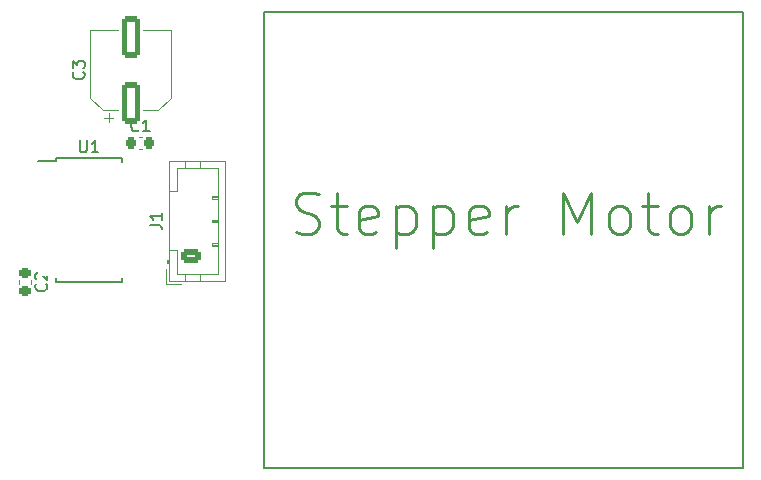
<source format=gbr>
%TF.GenerationSoftware,KiCad,Pcbnew,8.0.3*%
%TF.CreationDate,2025-07-14T16:29:20+02:00*%
%TF.ProjectId,ScxhrittmotorBoard,53637868-7269-4747-946d-6f746f72426f,rev?*%
%TF.SameCoordinates,Original*%
%TF.FileFunction,Legend,Top*%
%TF.FilePolarity,Positive*%
%FSLAX46Y46*%
G04 Gerber Fmt 4.6, Leading zero omitted, Abs format (unit mm)*
G04 Created by KiCad (PCBNEW 8.0.3) date 2025-07-14 16:29:20*
%MOMM*%
%LPD*%
G01*
G04 APERTURE LIST*
G04 Aperture macros list*
%AMRoundRect*
0 Rectangle with rounded corners*
0 $1 Rounding radius*
0 $2 $3 $4 $5 $6 $7 $8 $9 X,Y pos of 4 corners*
0 Add a 4 corners polygon primitive as box body*
4,1,4,$2,$3,$4,$5,$6,$7,$8,$9,$2,$3,0*
0 Add four circle primitives for the rounded corners*
1,1,$1+$1,$2,$3*
1,1,$1+$1,$4,$5*
1,1,$1+$1,$6,$7*
1,1,$1+$1,$8,$9*
0 Add four rect primitives between the rounded corners*
20,1,$1+$1,$2,$3,$4,$5,0*
20,1,$1+$1,$4,$5,$6,$7,0*
20,1,$1+$1,$6,$7,$8,$9,0*
20,1,$1+$1,$8,$9,$2,$3,0*%
G04 Aperture macros list end*
%ADD10C,0.150000*%
%ADD11C,0.250000*%
%ADD12C,0.120000*%
%ADD13R,1.500000X0.600000*%
%ADD14RoundRect,0.225000X-0.225000X-0.250000X0.225000X-0.250000X0.225000X0.250000X-0.225000X0.250000X0*%
%ADD15RoundRect,0.250000X0.625000X-0.350000X0.625000X0.350000X-0.625000X0.350000X-0.625000X-0.350000X0*%
%ADD16O,1.750000X1.200000*%
%ADD17RoundRect,0.225000X-0.250000X0.225000X-0.250000X-0.225000X0.250000X-0.225000X0.250000X0.225000X0*%
%ADD18RoundRect,0.250000X0.550000X-1.500000X0.550000X1.500000X-0.550000X1.500000X-0.550000X-1.500000X0*%
%ADD19R,1.700000X1.700000*%
%ADD20O,1.700000X1.700000*%
G04 APERTURE END LIST*
D10*
X140068300Y-78994000D02*
X180632100Y-78994000D01*
X180632100Y-117602000D01*
X140068300Y-117602000D01*
X140068300Y-78994000D01*
D11*
X142791739Y-97639201D02*
X143291739Y-97805867D01*
X143291739Y-97805867D02*
X144125073Y-97805867D01*
X144125073Y-97805867D02*
X144458406Y-97639201D01*
X144458406Y-97639201D02*
X144625073Y-97472534D01*
X144625073Y-97472534D02*
X144791739Y-97139201D01*
X144791739Y-97139201D02*
X144791739Y-96805867D01*
X144791739Y-96805867D02*
X144625073Y-96472534D01*
X144625073Y-96472534D02*
X144458406Y-96305867D01*
X144458406Y-96305867D02*
X144125073Y-96139201D01*
X144125073Y-96139201D02*
X143458406Y-95972534D01*
X143458406Y-95972534D02*
X143125073Y-95805867D01*
X143125073Y-95805867D02*
X142958406Y-95639201D01*
X142958406Y-95639201D02*
X142791739Y-95305867D01*
X142791739Y-95305867D02*
X142791739Y-94972534D01*
X142791739Y-94972534D02*
X142958406Y-94639201D01*
X142958406Y-94639201D02*
X143125073Y-94472534D01*
X143125073Y-94472534D02*
X143458406Y-94305867D01*
X143458406Y-94305867D02*
X144291739Y-94305867D01*
X144291739Y-94305867D02*
X144791739Y-94472534D01*
X145791739Y-95472534D02*
X147125072Y-95472534D01*
X146291739Y-94305867D02*
X146291739Y-97305867D01*
X146291739Y-97305867D02*
X146458406Y-97639201D01*
X146458406Y-97639201D02*
X146791739Y-97805867D01*
X146791739Y-97805867D02*
X147125072Y-97805867D01*
X149625072Y-97639201D02*
X149291739Y-97805867D01*
X149291739Y-97805867D02*
X148625072Y-97805867D01*
X148625072Y-97805867D02*
X148291739Y-97639201D01*
X148291739Y-97639201D02*
X148125072Y-97305867D01*
X148125072Y-97305867D02*
X148125072Y-95972534D01*
X148125072Y-95972534D02*
X148291739Y-95639201D01*
X148291739Y-95639201D02*
X148625072Y-95472534D01*
X148625072Y-95472534D02*
X149291739Y-95472534D01*
X149291739Y-95472534D02*
X149625072Y-95639201D01*
X149625072Y-95639201D02*
X149791739Y-95972534D01*
X149791739Y-95972534D02*
X149791739Y-96305867D01*
X149791739Y-96305867D02*
X148125072Y-96639201D01*
X151291739Y-95472534D02*
X151291739Y-98972534D01*
X151291739Y-95639201D02*
X151625072Y-95472534D01*
X151625072Y-95472534D02*
X152291739Y-95472534D01*
X152291739Y-95472534D02*
X152625072Y-95639201D01*
X152625072Y-95639201D02*
X152791739Y-95805867D01*
X152791739Y-95805867D02*
X152958406Y-96139201D01*
X152958406Y-96139201D02*
X152958406Y-97139201D01*
X152958406Y-97139201D02*
X152791739Y-97472534D01*
X152791739Y-97472534D02*
X152625072Y-97639201D01*
X152625072Y-97639201D02*
X152291739Y-97805867D01*
X152291739Y-97805867D02*
X151625072Y-97805867D01*
X151625072Y-97805867D02*
X151291739Y-97639201D01*
X154458406Y-95472534D02*
X154458406Y-98972534D01*
X154458406Y-95639201D02*
X154791739Y-95472534D01*
X154791739Y-95472534D02*
X155458406Y-95472534D01*
X155458406Y-95472534D02*
X155791739Y-95639201D01*
X155791739Y-95639201D02*
X155958406Y-95805867D01*
X155958406Y-95805867D02*
X156125073Y-96139201D01*
X156125073Y-96139201D02*
X156125073Y-97139201D01*
X156125073Y-97139201D02*
X155958406Y-97472534D01*
X155958406Y-97472534D02*
X155791739Y-97639201D01*
X155791739Y-97639201D02*
X155458406Y-97805867D01*
X155458406Y-97805867D02*
X154791739Y-97805867D01*
X154791739Y-97805867D02*
X154458406Y-97639201D01*
X158958406Y-97639201D02*
X158625073Y-97805867D01*
X158625073Y-97805867D02*
X157958406Y-97805867D01*
X157958406Y-97805867D02*
X157625073Y-97639201D01*
X157625073Y-97639201D02*
X157458406Y-97305867D01*
X157458406Y-97305867D02*
X157458406Y-95972534D01*
X157458406Y-95972534D02*
X157625073Y-95639201D01*
X157625073Y-95639201D02*
X157958406Y-95472534D01*
X157958406Y-95472534D02*
X158625073Y-95472534D01*
X158625073Y-95472534D02*
X158958406Y-95639201D01*
X158958406Y-95639201D02*
X159125073Y-95972534D01*
X159125073Y-95972534D02*
X159125073Y-96305867D01*
X159125073Y-96305867D02*
X157458406Y-96639201D01*
X160625073Y-97805867D02*
X160625073Y-95472534D01*
X160625073Y-96139201D02*
X160791740Y-95805867D01*
X160791740Y-95805867D02*
X160958406Y-95639201D01*
X160958406Y-95639201D02*
X161291740Y-95472534D01*
X161291740Y-95472534D02*
X161625073Y-95472534D01*
X165458407Y-97805867D02*
X165458407Y-94305867D01*
X165458407Y-94305867D02*
X166625074Y-96805867D01*
X166625074Y-96805867D02*
X167791740Y-94305867D01*
X167791740Y-94305867D02*
X167791740Y-97805867D01*
X169958407Y-97805867D02*
X169625074Y-97639201D01*
X169625074Y-97639201D02*
X169458407Y-97472534D01*
X169458407Y-97472534D02*
X169291740Y-97139201D01*
X169291740Y-97139201D02*
X169291740Y-96139201D01*
X169291740Y-96139201D02*
X169458407Y-95805867D01*
X169458407Y-95805867D02*
X169625074Y-95639201D01*
X169625074Y-95639201D02*
X169958407Y-95472534D01*
X169958407Y-95472534D02*
X170458407Y-95472534D01*
X170458407Y-95472534D02*
X170791740Y-95639201D01*
X170791740Y-95639201D02*
X170958407Y-95805867D01*
X170958407Y-95805867D02*
X171125074Y-96139201D01*
X171125074Y-96139201D02*
X171125074Y-97139201D01*
X171125074Y-97139201D02*
X170958407Y-97472534D01*
X170958407Y-97472534D02*
X170791740Y-97639201D01*
X170791740Y-97639201D02*
X170458407Y-97805867D01*
X170458407Y-97805867D02*
X169958407Y-97805867D01*
X172125074Y-95472534D02*
X173458407Y-95472534D01*
X172625074Y-94305867D02*
X172625074Y-97305867D01*
X172625074Y-97305867D02*
X172791741Y-97639201D01*
X172791741Y-97639201D02*
X173125074Y-97805867D01*
X173125074Y-97805867D02*
X173458407Y-97805867D01*
X175125074Y-97805867D02*
X174791741Y-97639201D01*
X174791741Y-97639201D02*
X174625074Y-97472534D01*
X174625074Y-97472534D02*
X174458407Y-97139201D01*
X174458407Y-97139201D02*
X174458407Y-96139201D01*
X174458407Y-96139201D02*
X174625074Y-95805867D01*
X174625074Y-95805867D02*
X174791741Y-95639201D01*
X174791741Y-95639201D02*
X175125074Y-95472534D01*
X175125074Y-95472534D02*
X175625074Y-95472534D01*
X175625074Y-95472534D02*
X175958407Y-95639201D01*
X175958407Y-95639201D02*
X176125074Y-95805867D01*
X176125074Y-95805867D02*
X176291741Y-96139201D01*
X176291741Y-96139201D02*
X176291741Y-97139201D01*
X176291741Y-97139201D02*
X176125074Y-97472534D01*
X176125074Y-97472534D02*
X175958407Y-97639201D01*
X175958407Y-97639201D02*
X175625074Y-97805867D01*
X175625074Y-97805867D02*
X175125074Y-97805867D01*
X177791741Y-97805867D02*
X177791741Y-95472534D01*
X177791741Y-96139201D02*
X177958408Y-95805867D01*
X177958408Y-95805867D02*
X178125074Y-95639201D01*
X178125074Y-95639201D02*
X178458408Y-95472534D01*
X178458408Y-95472534D02*
X178791741Y-95472534D01*
D10*
X124520295Y-89891819D02*
X124520295Y-90701342D01*
X124520295Y-90701342D02*
X124567914Y-90796580D01*
X124567914Y-90796580D02*
X124615533Y-90844200D01*
X124615533Y-90844200D02*
X124710771Y-90891819D01*
X124710771Y-90891819D02*
X124901247Y-90891819D01*
X124901247Y-90891819D02*
X124996485Y-90844200D01*
X124996485Y-90844200D02*
X125044104Y-90796580D01*
X125044104Y-90796580D02*
X125091723Y-90701342D01*
X125091723Y-90701342D02*
X125091723Y-89891819D01*
X126091723Y-90891819D02*
X125520295Y-90891819D01*
X125806009Y-90891819D02*
X125806009Y-89891819D01*
X125806009Y-89891819D02*
X125710771Y-90034676D01*
X125710771Y-90034676D02*
X125615533Y-90129914D01*
X125615533Y-90129914D02*
X125520295Y-90177533D01*
X129464933Y-89038780D02*
X129417314Y-89086400D01*
X129417314Y-89086400D02*
X129274457Y-89134019D01*
X129274457Y-89134019D02*
X129179219Y-89134019D01*
X129179219Y-89134019D02*
X129036362Y-89086400D01*
X129036362Y-89086400D02*
X128941124Y-88991161D01*
X128941124Y-88991161D02*
X128893505Y-88895923D01*
X128893505Y-88895923D02*
X128845886Y-88705447D01*
X128845886Y-88705447D02*
X128845886Y-88562590D01*
X128845886Y-88562590D02*
X128893505Y-88372114D01*
X128893505Y-88372114D02*
X128941124Y-88276876D01*
X128941124Y-88276876D02*
X129036362Y-88181638D01*
X129036362Y-88181638D02*
X129179219Y-88134019D01*
X129179219Y-88134019D02*
X129274457Y-88134019D01*
X129274457Y-88134019D02*
X129417314Y-88181638D01*
X129417314Y-88181638D02*
X129464933Y-88229257D01*
X130417314Y-89134019D02*
X129845886Y-89134019D01*
X130131600Y-89134019D02*
X130131600Y-88134019D01*
X130131600Y-88134019D02*
X130036362Y-88276876D01*
X130036362Y-88276876D02*
X129941124Y-88372114D01*
X129941124Y-88372114D02*
X129845886Y-88419733D01*
X130462419Y-97046533D02*
X131176704Y-97046533D01*
X131176704Y-97046533D02*
X131319561Y-97094152D01*
X131319561Y-97094152D02*
X131414800Y-97189390D01*
X131414800Y-97189390D02*
X131462419Y-97332247D01*
X131462419Y-97332247D02*
X131462419Y-97427485D01*
X131462419Y-96046533D02*
X131462419Y-96617961D01*
X131462419Y-96332247D02*
X130462419Y-96332247D01*
X130462419Y-96332247D02*
X130605276Y-96427485D01*
X130605276Y-96427485D02*
X130700514Y-96522723D01*
X130700514Y-96522723D02*
X130748133Y-96617961D01*
X121652180Y-102046066D02*
X121699800Y-102093685D01*
X121699800Y-102093685D02*
X121747419Y-102236542D01*
X121747419Y-102236542D02*
X121747419Y-102331780D01*
X121747419Y-102331780D02*
X121699800Y-102474637D01*
X121699800Y-102474637D02*
X121604561Y-102569875D01*
X121604561Y-102569875D02*
X121509323Y-102617494D01*
X121509323Y-102617494D02*
X121318847Y-102665113D01*
X121318847Y-102665113D02*
X121175990Y-102665113D01*
X121175990Y-102665113D02*
X120985514Y-102617494D01*
X120985514Y-102617494D02*
X120890276Y-102569875D01*
X120890276Y-102569875D02*
X120795038Y-102474637D01*
X120795038Y-102474637D02*
X120747419Y-102331780D01*
X120747419Y-102331780D02*
X120747419Y-102236542D01*
X120747419Y-102236542D02*
X120795038Y-102093685D01*
X120795038Y-102093685D02*
X120842657Y-102046066D01*
X120842657Y-101665113D02*
X120795038Y-101617494D01*
X120795038Y-101617494D02*
X120747419Y-101522256D01*
X120747419Y-101522256D02*
X120747419Y-101284161D01*
X120747419Y-101284161D02*
X120795038Y-101188923D01*
X120795038Y-101188923D02*
X120842657Y-101141304D01*
X120842657Y-101141304D02*
X120937895Y-101093685D01*
X120937895Y-101093685D02*
X121033133Y-101093685D01*
X121033133Y-101093685D02*
X121175990Y-101141304D01*
X121175990Y-101141304D02*
X121747419Y-101712732D01*
X121747419Y-101712732D02*
X121747419Y-101093685D01*
X124822380Y-84103666D02*
X124870000Y-84151285D01*
X124870000Y-84151285D02*
X124917619Y-84294142D01*
X124917619Y-84294142D02*
X124917619Y-84389380D01*
X124917619Y-84389380D02*
X124870000Y-84532237D01*
X124870000Y-84532237D02*
X124774761Y-84627475D01*
X124774761Y-84627475D02*
X124679523Y-84675094D01*
X124679523Y-84675094D02*
X124489047Y-84722713D01*
X124489047Y-84722713D02*
X124346190Y-84722713D01*
X124346190Y-84722713D02*
X124155714Y-84675094D01*
X124155714Y-84675094D02*
X124060476Y-84627475D01*
X124060476Y-84627475D02*
X123965238Y-84532237D01*
X123965238Y-84532237D02*
X123917619Y-84389380D01*
X123917619Y-84389380D02*
X123917619Y-84294142D01*
X123917619Y-84294142D02*
X123965238Y-84151285D01*
X123965238Y-84151285D02*
X124012857Y-84103666D01*
X123917619Y-83770332D02*
X123917619Y-83151285D01*
X123917619Y-83151285D02*
X124298571Y-83484618D01*
X124298571Y-83484618D02*
X124298571Y-83341761D01*
X124298571Y-83341761D02*
X124346190Y-83246523D01*
X124346190Y-83246523D02*
X124393809Y-83198904D01*
X124393809Y-83198904D02*
X124489047Y-83151285D01*
X124489047Y-83151285D02*
X124727142Y-83151285D01*
X124727142Y-83151285D02*
X124822380Y-83198904D01*
X124822380Y-83198904D02*
X124870000Y-83246523D01*
X124870000Y-83246523D02*
X124917619Y-83341761D01*
X124917619Y-83341761D02*
X124917619Y-83627475D01*
X124917619Y-83627475D02*
X124870000Y-83722713D01*
X124870000Y-83722713D02*
X124822380Y-83770332D01*
%TO.C,U1*%
X122507200Y-91362000D02*
X122507200Y-91637000D01*
X122507200Y-91362000D02*
X128057200Y-91362000D01*
X122507200Y-91637000D02*
X120982200Y-91637000D01*
X122507200Y-101912000D02*
X122507200Y-101557000D01*
X122507200Y-101912000D02*
X128057200Y-101912000D01*
X128057200Y-91362000D02*
X128057200Y-91717000D01*
X128057200Y-101912000D02*
X128057200Y-101557000D01*
D12*
%TO.C,C1*%
X129491020Y-89599200D02*
X129772180Y-89599200D01*
X129491020Y-90619200D02*
X129772180Y-90619200D01*
%TO.C,J1*%
X131797600Y-100823200D02*
X131797600Y-102073200D01*
X131797600Y-102073200D02*
X133047600Y-102073200D01*
X131897600Y-100013200D02*
X131897600Y-100313200D01*
X131897600Y-100313200D02*
X132097600Y-100313200D01*
X131997600Y-100013200D02*
X131997600Y-100313200D01*
X132097600Y-91653200D02*
X132097600Y-101773200D01*
X132097600Y-99213200D02*
X132707600Y-99213200D01*
X132097600Y-100013200D02*
X131897600Y-100013200D01*
X132097600Y-101773200D02*
X136817600Y-101773200D01*
X132707600Y-92263200D02*
X132707600Y-94213200D01*
X132707600Y-94213200D02*
X132097600Y-94213200D01*
X132707600Y-99213200D02*
X132707600Y-101163200D01*
X132707600Y-101163200D02*
X136207600Y-101163200D01*
X133407600Y-91653200D02*
X133407600Y-92263200D01*
X133407600Y-101773200D02*
X133407600Y-101163200D01*
X134707600Y-91653200D02*
X134707600Y-92263200D01*
X134707600Y-101773200D02*
X134707600Y-101163200D01*
X135707600Y-94613200D02*
X136207600Y-94613200D01*
X135707600Y-94813200D02*
X135707600Y-94613200D01*
X135707600Y-96613200D02*
X136207600Y-96613200D01*
X135707600Y-96813200D02*
X135707600Y-96613200D01*
X135707600Y-98613200D02*
X136207600Y-98613200D01*
X135707600Y-98813200D02*
X135707600Y-98613200D01*
X136207600Y-92263200D02*
X132707600Y-92263200D01*
X136207600Y-94713200D02*
X135707600Y-94713200D01*
X136207600Y-94813200D02*
X135707600Y-94813200D01*
X136207600Y-96713200D02*
X135707600Y-96713200D01*
X136207600Y-96813200D02*
X135707600Y-96813200D01*
X136207600Y-98713200D02*
X135707600Y-98713200D01*
X136207600Y-98813200D02*
X135707600Y-98813200D01*
X136207600Y-101163200D02*
X136207600Y-92263200D01*
X136817600Y-91653200D02*
X132097600Y-91653200D01*
X136817600Y-101773200D02*
X136817600Y-91653200D01*
%TO.C,C2*%
X119352600Y-101738820D02*
X119352600Y-102019980D01*
X120372600Y-101738820D02*
X120372600Y-102019980D01*
%TO.C,C3*%
X125402800Y-80527000D02*
X127752800Y-80527000D01*
X125402800Y-86282563D02*
X125402800Y-80527000D01*
X126467237Y-87347000D02*
X125402800Y-86282563D01*
X126467237Y-87347000D02*
X127752800Y-87347000D01*
X126571550Y-87980750D02*
X127359050Y-87980750D01*
X126965300Y-88374500D02*
X126965300Y-87587000D01*
X131158363Y-87347000D02*
X129872800Y-87347000D01*
X131158363Y-87347000D02*
X132222800Y-86282563D01*
X132222800Y-80527000D02*
X129872800Y-80527000D01*
X132222800Y-86282563D02*
X132222800Y-80527000D01*
%TD*%
%LPC*%
D13*
%TO.C,U1*%
X121732200Y-92192000D03*
X121732200Y-93462000D03*
X121732200Y-94732000D03*
X121732200Y-96002000D03*
X121732200Y-97272000D03*
X121732200Y-98542000D03*
X121732200Y-99812000D03*
X121732200Y-101082000D03*
X128832200Y-101082000D03*
X128832200Y-99812000D03*
X128832200Y-98542000D03*
X128832200Y-97272000D03*
X128832200Y-96002000D03*
X128832200Y-94732000D03*
X128832200Y-93462000D03*
X128832200Y-92192000D03*
%TD*%
D14*
%TO.C,C1*%
X128856600Y-90109200D03*
X130406600Y-90109200D03*
%TD*%
D15*
%TO.C,J1*%
X133907600Y-99713200D03*
D16*
X133907600Y-97713200D03*
X133907600Y-95713200D03*
X133907600Y-93713200D03*
%TD*%
D17*
%TO.C,C2*%
X119862600Y-101104400D03*
X119862600Y-102654400D03*
%TD*%
D18*
%TO.C,C3*%
X128812800Y-86737000D03*
X128812800Y-81137000D03*
%TD*%
D19*
%TO.C,J3*%
X190075546Y-89335546D03*
D20*
X187535546Y-89335546D03*
X190075546Y-91875546D03*
X187535546Y-91875546D03*
X190075546Y-94415546D03*
X187535546Y-94415546D03*
X190075546Y-96955546D03*
X187535546Y-96955546D03*
X190075546Y-99495546D03*
X187535546Y-99495546D03*
X190075546Y-102035546D03*
X187535546Y-102035546D03*
X190075546Y-104575546D03*
X187535546Y-104575546D03*
X190075546Y-107115546D03*
X187535546Y-107115546D03*
%TD*%
D19*
%TO.C,J2*%
X103535546Y-86795546D03*
D20*
X100995546Y-86795546D03*
X103535546Y-89335546D03*
X100995546Y-89335546D03*
X103535546Y-91875546D03*
X100995546Y-91875546D03*
X103535546Y-94415546D03*
X100995546Y-94415546D03*
X103535546Y-96955546D03*
X100995546Y-96955546D03*
X103535546Y-99495546D03*
X100995546Y-99495546D03*
X103535546Y-102035546D03*
X100995546Y-102035546D03*
X103535546Y-104575546D03*
X100995546Y-104575546D03*
X103535546Y-107115546D03*
X100995546Y-107115546D03*
X103535546Y-109655546D03*
X100995546Y-109655546D03*
%TD*%
%LPD*%
M02*

</source>
